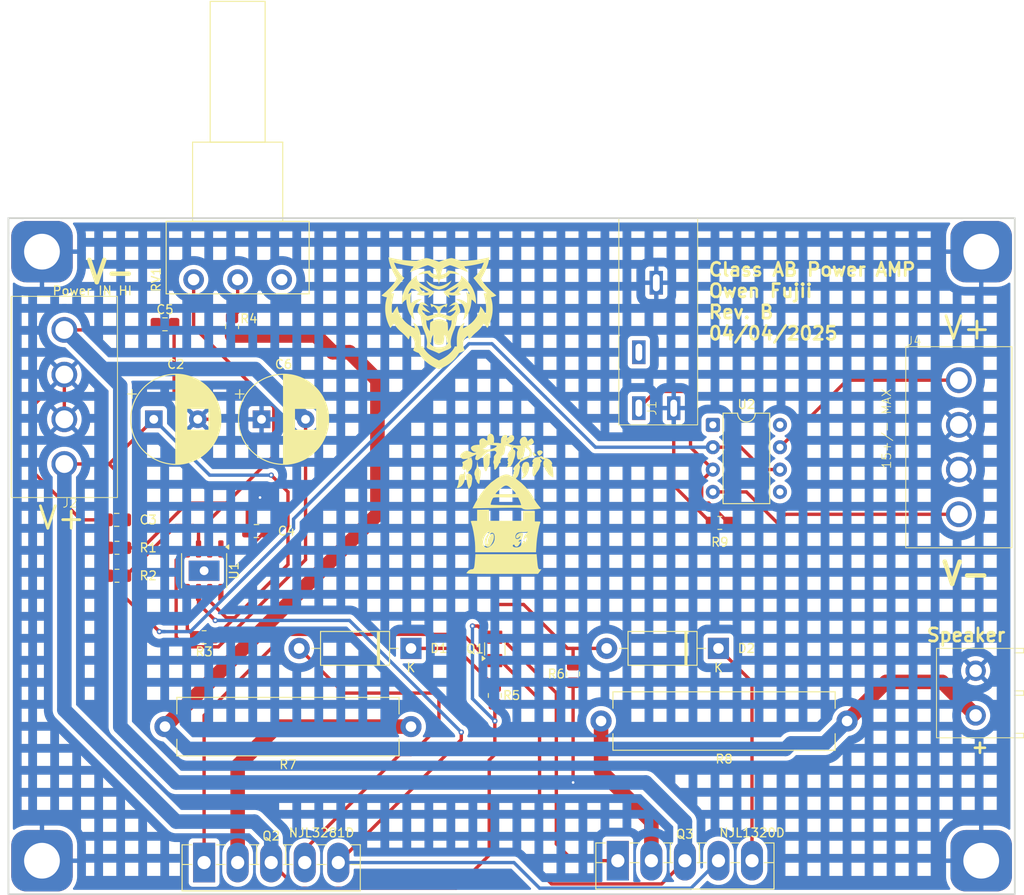
<source format=kicad_pcb>
(kicad_pcb (version 20241229) (generator "pcbnew") (generator_version "9.0")
  (layers (0 "F.Cu" signal) (2 "B.Cu" signal) (13 "F.Paste" user) (15 "B.Paste" user) (5 "F.SilkS" user "F.Silkscreen") (7 "B.SilkS" user "B.Silkscreen") (1 "F.Mask" user) (3 "B.Mask" user) (25 "Edge.Cuts" user))
  (net 0 "")
  (net 1 "Net-(U2-+)")
  (net 2 "Net-(U1-E{slash}D_Com)")
  (net 3 "Earth_GND")
  (net 4 "+40v")
  (net 5 "FB")
  (net 6 "Net-(Q2-Pad5)")
  (net 7 "Net-(D1-A)")
  (net 8 "Net-(D1-K)")
  (net 9 "Net-(D2-K)")
  (net 10 "+5v")
  (net 12 "Net-(U1-+)")
  (net 13 "-40v")
  (net 14 "Net-(D2-A)")
  (net 15 "Net-(Q1-Pad4)")
  (net 16 "Net-(Q1-Pad1)")
  (net 17 "Net-(Q2-Pad2)")
  (net 18 "Net-(Q3-Pad2)")
  (net 19 "Net-(U1-Status_Flag)")
  (net 20 "Net-(R4-Pad1)")
  (net 22 "Net-(U1--)")
  (net 26 "-5v")
  (footprint "Capacitor_THT:CP_Radial_D10.0mm_P5.00mm" (layer "F.Cu") (at 100.502323 86.36)
    (property "Reference" "C6" (at 2.5 -6.25 0) (layer "F.SilkS"))
    (property "Value" "100uF")
    (pad "1" thru_hole rect (at 0 0) (size 2 2) (drill 1) (layers "*.Cu" "*.Mask") (net 3 "Earth_GND"))
    (pad "2" thru_hole circle (at 5 0) (size 2 2) (drill 1) (layers "*.Cu" "*.Mask") (net 13 "-40v"))
  )
  (footprint "OF Footprints:4-Pin Screw Terminal" (layer "F.Cu") (at 179.705 89.535 -90)
    (property "Reference" "J4" (at -12.065 5.08 0) (layer "F.SilkS") (effects (font (thickness 0.1))))
    (property "Value" "Power IN Lo")
    (pad "1" thru_hole circle (at -7.62 0 270) (size 2.921 2.921) (drill 2.032) (layers "*.Cu" "*.Mask") (net 10 "+5v"))
    (pad "2" thru_hole circle (at -2.54 0 270) (size 2.921 2.921) (drill 2.032) (layers "*.Cu" "*.Mask") (net 3 "Earth_GND"))
    (pad "3" thru_hole circle (at 2.54 0 270) (size 2.921 2.921) (drill 2.032) (layers "*.Cu" "*.Mask") (net 3 "Earth_GND"))
    (pad "4" thru_hole circle (at 7.62 0 270) (size 2.921 2.921) (drill 2.032) (layers "*.Cu" "*.Mask") (net 26 "-5v"))
  )
  (footprint "OF Footprints:6-32 Mount" (layer "F.Cu") (at 182.245 136.525)
    (property "Reference" "REF**")
    (property "Value" "6-32 Mount")
    (pad "1" thru_hole roundrect (at 0 0) (size 6.985 6.985) (drill 4.064) (layers "*.Cu" "*.Mask") (net 3 "Earth_GND"))
  )
  (footprint "Resistor_SMD:R_0805_2012Metric_Pad1.20x1.40mm_HandSolder" (layer "F.Cu") (at 84.09 100.965)
    (property "Reference" "R1" (at 3.54 0 0) (layer "F.SilkS"))
    (property "Value" "1kΩ")
    (pad "1" smd roundrect (at -1 0) (size 1.2 1.4) (layers "F.Cu" "F.Mask" "F.Paste") (roundrect_rratio 0.208333) (net 3 "Earth_GND"))
    (pad "2" smd roundrect (at 1 0) (size 1.2 1.4) (layers "F.Cu" "F.Mask" "F.Paste") (roundrect_rratio 0.208333) (net 22 "Net-(U1--)"))
  )
  (footprint "OF footprints:4-Pin Screw Terminal" (layer "F.Cu") (at 78.105 83.82 90)
    (property "Reference" "J2" (at -12.065 0.635 0) (layer "F.SilkS") (effects (font (thickness 0.1))))
    (property "Value" "Power IN HI" (at 12.065 3.175 0) (layer "F.SilkS"))
    (pad "1" thru_hole circle (at -7.62 0 90) (size 2.921 2.921) (drill 2.032) (layers "*.Cu" "*.Mask") (net 4 "+40v"))
    (pad "2" thru_hole circle (at -2.54 0 90) (size 2.921 2.921) (drill 2.032) (layers "*.Cu" "*.Mask") (net 3 "Earth_GND"))
    (pad "3" thru_hole circle (at 2.54 0 90) (size 2.921 2.921) (drill 2.032) (layers "*.Cu" "*.Mask") (net 3 "Earth_GND"))
    (pad "4" thru_hole circle (at 7.62 0 90) (size 2.921 2.921) (drill 2.032) (layers "*.Cu" "*.Mask") (net 13 "-40v"))
  )
  (footprint "OF Footprints:1_4-input-TRS" (layer "F.Cu") (at 145.3388 85.09 90)
    (property "Reference" "J1" (at 0 -0.5 90) (layer "F.SilkS") (effects (font (thickness 0.1))))
    (property "Value" "AudioJack3")
    (pad "4" thru_hole rect (at 6.35 -1.9812 90) (size 2.6924 1.524) (drill oval 1.9304 0.762) (layers "*.Cu" "*.Mask"))
    (pad "S" thru_hole rect (at 0 1.9812 90) (size 2.6924 1.524) (drill oval 1.9304 0.762) (layers "*.Cu" "*.Mask") (net 3 "Earth_GND"))
    (pad "S" thru_hole rect (at 14.2494 0 90) (size 2.6924 1.524) (drill oval 1.9304 0.762) (layers "*.Cu" "*.Mask") (net 3 "Earth_GND"))
    (pad "T" thru_hole rect (at 0 -1.9812 90) (size 2.6924 1.524) (drill oval 1.9304 0.762) (layers "*.Cu" "*.Mask") (net 1 "Net-(U2-+)"))
  )
  (footprint "Diode_THT:D_DO-15_P12.70mm_Horizontal" (layer "F.Cu") (at 152.4 112.395 180)
    (property "Reference" "D2" (at -3.175 0 0) (layer "F.SilkS"))
    (property "Value" "Germanium")
    (fp_text user "K" (at 0 -2.2 0) (layer "F.SilkS"))
    (pad "1" thru_hole rect (at 0 0 180) (size 2.4 2.4) (drill 1.2) (layers "*.Cu" "*.Mask") (net 14 "Net-(D2-A)"))
    (pad "2" thru_hole oval (at 12.7 0 180) (size 2.4 2.4) (drill 1.2) (layers "*.Cu" "*.Mask") (net 9 "Net-(D2-K)"))
  )
  (footprint "Resistor_THT:R_Axial_Power_L25.0mm_W6.4mm_P27.94mm" (layer "F.Cu") (at 117.475 121.285 180)
    (property "Reference" "R7" (at 13.97 -4.32 0) (layer "F.SilkS"))
    (property "Value" "0.27")
    (pad "1" thru_hole circle (at 0 0 180) (size 2.4 2.4) (drill 1.2) (layers "*.Cu" "*.Mask") (net 17 "Net-(Q2-Pad2)"))
    (pad "2" thru_hole oval (at 27.94 0 180) (size 2.4 2.4) (drill 1.2) (layers "*.Cu" "*.Mask") (net 5 "FB"))
  )
  (footprint "OF footprints:Two_Pin_Screw_Terminal" (layer "F.Cu") (at 181.61 117.475 90)
    (property "Reference" "J3" (hide yes))
    (property "Value" "Speaker" (hide yes))
    (pad "1" thru_hole circle (at -2.54 0 90) (size 2.3114 2.3114) (drill 1.4224) (layers "*.Cu" "*.Mask") (net 5 "FB"))
    (pad "2" thru_hole circle (at 2.54 0 90) (size 2.3114 2.3114) (drill 1.4224) (layers "*.Cu" "*.Mask") (net 3 "Earth_GND"))
  )
  (footprint "Resistor_SMD:R_0805_2012Metric_Pad1.20x1.40mm_HandSolder" (layer "F.Cu") (at 135.89 115.3 90)
    (property "Reference" "R6" (at 0 -1.905 0) (layer "F.SilkS"))
    (property "Value" "22kΩ")
    (pad "1" smd roundrect (at -1 0 90) (size 1.2 1.4) (layers "F.Cu" "F.Mask" "F.Paste") (roundrect_rratio 0.208333) (net 13 "-40v"))
    (pad "2" smd roundrect (at 1 0 90) (size 1.2 1.4) (layers "F.Cu" "F.Mask" "F.Paste") (roundrect_rratio 0.208333) (net 9 "Net-(D2-K)"))
  )
  (footprint "Capacitor_SMD:C_0805_2012Metric_Pad1.18x1.45mm_HandSolder" (layer "F.Cu") (at 99.9275 99.06)
    (property "Reference" "C4" (at 3.4075 0 0) (layer "F.SilkS"))
    (property "Value" "30pF")
    (pad "1" smd roundrect (at -1.0375 0) (size 1.175 1.45) (layers "F.Cu" "F.Mask" "F.Paste") (roundrect_rratio 0.212766) (net 3 "Earth_GND"))
    (pad "2" smd roundrect (at 1.0375 0) (size 1.175 1.45) (layers "F.Cu" "F.Mask" "F.Paste") (roundrect_rratio 0.212766) (net 2 "Net-(U1-E{slash}D_Com)"))
  )
  (footprint "Package_TO_SOT_SMD:SOT-363_SC-70-6_Handsoldering" (layer "F.Cu") (at 127 112.455 90)
    (property "Reference" "Q1" (at 0 -2.25 180) (layer "F.SilkS"))
    (property "Value" "BC847PN")
    (pad "1" smd roundrect (at -1.33 -0.65 90) (size 1.5 0.4) (layers "F.Cu" "F.Mask" "F.Paste") (net 16 "Net-(Q1-Pad1)"))
    (pad "2" smd roundrect (at -1.33 0 90) (size 1.5 0.4) (layers "F.Cu" "F.Mask" "F.Paste") (net 7 "Net-(D1-A)"))
    (pad "3" smd roundrect (at -1.33 0.65 90) (size 1.5 0.4) (layers "F.Cu" "F.Mask" "F.Paste") (net 13 "-40v"))
    (pad "4" smd roundrect (at 1.33 0.65 90) (size 1.5 0.4) (layers "F.Cu" "F.Mask" "F.Paste") (net 15 "Net-(Q1-Pad4)"))
    (pad "5" smd roundrect (at 1.33 0 90) (size 1.5 0.4) (layers "F.Cu" "F.Mask" "F.Paste") (net 9 "Net-(D2-K)"))
    (pad "6" smd roundrect (at 1.33 -0.65 90) (size 1.5 0.4) (layers "F.Cu" "F.Mask" "F.Paste") (net 4 "+40v"))
  )
  (footprint "OF Footprints:SOIC-8-1EP_3.9x4.9mm_P1.27mm_EP2.29x3mm" (layer "F.Cu") (at 93.98 103.57 -90)
    (property "Reference" "U1" (at 0 -3.4 270) (layer "F.SilkS"))
    (property "Value" "OPA454")
    (pad "1" smd roundrect (at -2.475 -1.905 270) (size 1.95 0.6) (layers "F.Cu" "F.Mask" "F.Paste") (net 2 "Net-(U1-E{slash}D_Com)"))
    (pad "2" smd roundrect (at -2.475 -0.635 270) (size 1.95 0.6) (layers "F.Cu" "F.Mask" "F.Paste") (net 22 "Net-(U1--)"))
    (pad "3" smd roundrect (at -2.475 0.635 270) (size 1.95 0.6) (layers "F.Cu" "F.Mask" "F.Paste") (net 12 "Net-(U1-+)"))
    (pad "4" smd roundrect (at -2.475 1.905 270) (size 1.95 0.6) (layers "F.Cu" "F.Mask" "F.Paste") (net 13 "-40v"))
    (pad "4" thru_hole rect (at 0 0) (size 3.5 2.3) (drill 1) (layers "*.Cu" "*.Mask") (net 13 "-40v"))
    (pad "5" smd roundrect (at 2.475 1.905 270) (size 1.95 0.6) (layers "F.Cu" "F.Mask" "F.Paste") (net 19 "Net-(U1-Status_Flag)"))
    (pad "6" smd roundrect (at 2.475 0.635 270) (size 1.95 0.6) (layers "F.Cu" "F.Mask" "F.Paste") (net 6 "Net-(Q2-Pad5)"))
    (pad "7" smd roundrect (at 2.475 -0.635 270) (size 1.95 0.6) (layers "F.Cu" "F.Mask" "F.Paste") (net 4 "+40v"))
    (pad "8" smd roundrect (at 2.475 -1.905 270) (size 1.95 0.6) (layers "F.Cu" "F.Mask" "F.Paste"))
  )
  (footprint "Package_TO_SOT_THT:TO-264-5_Vertical" (layer "F.Cu") (at 140.97 136.525)
    (property "Reference" "Q3" (at 7.62 -3.02 0) (layer "F.SilkS"))
    (property "Value" "NJL1320D" (at 15.24 -3.175 0) (layer "F.SilkS"))
    (pad "1" thru_hole rect (at 0 0) (size 2.5 4.5) (drill 1.5) (layers "*.Cu" "*.Mask") (net 15 "Net-(Q1-Pad4)"))
    (pad "2" thru_hole oval (at 3.81 0) (size 2.5 4.5) (drill 1.5) (layers "*.Cu" "*.Mask") (net 18 "Net-(Q3-Pad2)"))
    (pad "3" thru_hole oval (at 7.62 0) (size 2.5 4.5) (drill 1.5) (layers "*.Cu" "*.Mask") (net 13 "-40v"))
    (pad "4" thru_hole oval (at 11.43 0) (size 2.5 4.5) (drill 1.5) (layers "*.Cu" "*.Mask") (net 6 "Net-(Q2-Pad5)"))
    (pad "5" thru_hole oval (at 15.24 0) (size 2.5 4.5) (drill 1.5) (layers "*.Cu" "*.Mask") (net 14 "Net-(D2-A)"))
  )
  (footprint "OF Footprints:6-32 Mount" (layer "F.Cu") (at 182.245 67.31)
    (property "Reference" "REF**")
    (property "Value" "6-32 Mount")
    (pad "1" thru_hole roundrect (at 0 0) (size 6.985 6.985) (drill 4.064) (layers "*.Cu" "*.Mask") (net 3 "Earth_GND"))
  )
  (footprint "Package_DIP:DIP-8_W7.62mm" (layer "F.Cu") (at 151.765 86.995)
    (property "Reference" "U2" (at 3.81 -2.33 0) (layer "F.SilkS"))
    (property "Value" "TL071")
    (pad "1" thru_hole roundrect (at 0 0) (size 1.6 1.6) (drill 0.8) (layers "*.Cu" "*.Mask") (roundrect_rratio 0.15625))
    (pad "2" thru_hole circle (at 0 2.54) (size 1.6 1.6) (drill 0.8) (layers "*.Cu" "*.Mask") (net 12 "Net-(U1-+)"))
    (pad "3" thru_hole circle (at 0 5.08) (size 1.6 1.6) (drill 0.8) (layers "*.Cu" "*.Mask") (net 1 "Net-(U2-+)"))
    (pad "4" thru_hole circle (at 0 7.62) (size 1.6 1.6) (drill 0.8) (layers "*.Cu" "*.Mask") (net 26 "-5v"))
    (pad "5" thru_hole circle (at 7.62 7.62) (size 1.6 1.6) (drill 0.8) (layers "*.Cu" "*.Mask"))
    (pad "6" thru_hole circle (at 7.62 5.08) (size 1.6 1.6) (drill 0.8) (layers "*.Cu" "*.Mask") (net 12 "Net-(U1-+)"))
    (pad "7" thru_hole circle (at 7.62 2.54) (size 1.6 1.6) (drill 0.8) (layers "*.Cu" "*.Mask") (net 10 "+5v"))
    (pad "8" thru_hole circle (at 7.62 0) (size 1.6 1.6) (drill 0.8) (layers "*.Cu" "*.Mask"))
  )
  (footprint "OF Footprints:6-32 Mount" (layer "F.Cu") (at 75.565 136.525)
    (property "Reference" "REF**")
    (property "Value" "6-32 Mount")
    (pad "1" thru_hole roundrect (at 0 0) (size 6.985 6.985) (drill 4.064) (layers "*.Cu" "*.Mask") (net 3 "Earth_GND"))
  )
  (footprint "Logos:Bengal Head .5x.5" (layer "F.Cu") (at 120.65 74.295)
    (property "Reference" "G***")
    (property "Value" "LOGO" (hide yes))
  )
  (footprint "Resistor_SMD:R_0805_2012Metric_Pad1.20x1.40mm_HandSolder" (layer "F.Cu") (at 84.09 104.14 180)
    (property "Reference" "R2" (at -3.54 0 180) (layer "F.SilkS"))
    (property "Value" "1kΩ")
    (pad "1" smd roundrect (at -1 0 180) (size 1.2 1.4) (layers "F.Cu" "F.Mask" "F.Paste") (roundrect_rratio 0.208333) (net 12 "Net-(U1-+)"))
    (pad "2" smd roundrect (at 1 0 180) (size 1.2 1.4) (layers "F.Cu" "F.Mask" "F.Paste") (roundrect_rratio 0.208333) (net 3 "Earth_GND"))
  )
  (footprint "Capacitor_SMD:C_0805_2012Metric_Pad1.18x1.45mm_HandSolder" (layer "F.Cu") (at 89.535 75.565)
    (property "Reference" "C5" (at 0 -1.68 0) (layer "F.SilkS"))
    (property "Value" "0.1uF")
    (pad "1" smd roundrect (at -1.0375 0) (size 1.175 1.45) (layers "F.Cu" "F.Mask" "F.Paste") (roundrect_rratio 0.212766) (net 13 "-40v"))
    (pad "2" smd roundrect (at 1.0375 0) (size 1.175 1.45) (layers "F.Cu" "F.Mask" "F.Paste") (roundrect_rratio 0.212766) (net 3 "Earth_GND"))
  )
  (footprint "Package_TO_SOT_THT:TO-264-5_Vertical" (layer "F.Cu") (at 93.98 136.735)
    (property "Reference" "Q2" (at 7.62 -3.02 0) (layer "F.SilkS"))
    (property "Value" "NJL3281D" (at 13.335 -3.385 0) (layer "F.SilkS"))
    (pad "1" thru_hole rect (at 0 0) (size 2.5 4.5) (drill 1.5) (layers "*.Cu" "*.Mask") (net 16 "Net-(Q1-Pad1)"))
    (pad "2" thru_hole oval (at 3.81 0) (size 2.5 4.5) (drill 1.5) (layers "*.Cu" "*.Mask") (net 17 "Net-(Q2-Pad2)"))
    (pad "3" thru_hole oval (at 7.62 0) (size 2.5 4.5) (drill 1.5) (layers "*.Cu" "*.Mask") (net 4 "+40v"))
    (pad "4" thru_hole oval (at 11.43 0) (size 2.5 4.5) (drill 1.5) (layers "*.Cu" "*.Mask") (net 8 "Net-(D1-K)"))
    (pad "5" thru_hole oval (at 15.24 0) (size 2.5 4.5) (drill 1.5) (layers "*.Cu" "*.Mask") (net 6 "Net-(Q2-Pad5)"))
  )
  (footprint "Capacitor_SMD:C_0805_2012Metric_Pad1.18x1.45mm_HandSolder" (layer "F.Cu") (at 84.0525 97.79 180)
    (property "Reference" "C3" (at -3.5775 0 0) (layer "F.SilkS"))
    (property "Value" "0.1uF")
    (pad "1" smd roundrect (at -1.0375 0 180) (size 1.175 1.45) (layers "F.Cu" "F.Mask" "F.Paste") (roundrect_rratio 0.212766) (net 4 "+40v"))
    (pad "2" smd roundrect (at 1.0375 0 180) (size 1.175 1.45) (layers "F.Cu" "F.Mask" "F.Paste") (roundrect_rratio 0.212766) (net 3 "Earth_GND"))
  )
  (footprint "Logos:Wisteria Logo .75x.75" (layer "F.Cu") (at 128.27 95.885)
    (property "Reference" "G***")
    (property "Value" "LOGO" (hide yes))
  )
  (footprint "Potentiometer_THT:Potentiometer_Piher_PC-16_Single_Horizontal" (layer "F.Cu") (at 102.79 70.485 90)
    (property "Reference" "RV1" (at 0 -14.25 90) (layer "F.SilkS"))
    (property "Value" "330kΩ")
    (pad "1" thru_hole circle (at 0 0 90) (size 2.34 2.34) (drill 1.3) (layers "*.Cu" "*.Mask"))
    (pad "2" thru_hole circle (at 0 -5 90) (size 2.34 2.34) (drill 1.3) (layers "*.Cu" "*.Mask") (net 20 "Net-(R4-Pad1)"))
    (pad "3" thru_hole circle (at 0 -10 90) (size 2.34 2.34) (drill 1.3) (layers "*.Cu" "*.Mask") (net 22 "Net-(U1--)"))
  )
  (footprint "Resistor_SMD:R_0805_2012Metric_Pad1.20x1.40mm_HandSolder" (layer "F.Cu") (at 97.155 75.835 -90)
    (property "Reference" "R4" (at -0.905 -1.905 180) (layer "F.SilkS"))
    (property "Value" "10kΩ")
    (pad "1" smd roundrect (at -1 0 270) (size 1.2 1.4) (layers "F.Cu" "F.Mask" "F.Paste") (roundrect_rratio 0.208333) (net 20 "Net-(R4-Pad1)"))
    (pad "2" smd roundrect (at 1 0 270) (size 1.2 1.4) (layers "F.Cu" "F.Mask" "F.Paste") (roundrect_rratio 0.208333) (net 5 "FB"))
  )
  (footprint "Capacitor_THT:CP_Radial_D10.0mm_P5.00mm" (layer "F.Cu") (at 88.265 86.36)
    (property "Reference" "C2" (at 2.5 -6.25 0) (layer "F.SilkS"))
    (property "Value" "100uF")
    (pad "1" thru_hole rect (at 0 0) (size 2 2) (drill 1) (layers "*.Cu" "*.Mask") (net 4 "+40v"))
    (pad "2" thru_hole circle (at 5 0) (size 2 2) (drill 1) (layers "*.Cu" "*.Mask") (net 3 "Earth_GND"))
  )
  (footprint "Resistor_SMD:R_0805_2012Metric_Pad1.20x1.40mm_HandSolder" (layer "F.Cu") (at 152.555 98.135)
    (property "Reference" "R9" (at 0 2.195 0) (layer "F.SilkS"))
    (property "Value" "2.2MΩ")
    (pad "1" smd roundrect (at -1 0) (size 1.2 1.4) (layers "F.Cu" "F.Mask" "F.Paste") (roundrect_rratio 0.208333) (net 3 "Earth_GND"))
    (pad "2" smd roundrect (at 1 0) (size 1.2 1.4) (layers "F.Cu" "F.Mask" "F.Paste") (roundrect_rratio 0.208333) (net 1 "Net-(U2-+)"))
  )
  (footprint "OF Footprints:6-32 Mount" (layer "F.Cu") (at 75.565 67.31)
    (property "Reference" "REF**")
    (property "Value" "6-32 Mount")
    (pad "1" thru_hole roundrect (at 0 0) (size 6.985 6.985) (drill 4.064) (layers "*.Cu" "*.Mask") (net 3 "Earth_GND"))
  )
  (footprint "Resistor_THT:R_Axial_Power_L25.0mm_W6.4mm_P27.94mm" (layer "F.Cu") (at 167.005 120.65 180)
    (property "Reference" "R8" (at 13.97 -4.32 0) (layer "F.SilkS"))
    (property "Value" "0.27")
    (pad "1" thru_hole circle (at 0 0 180) (size 2.4 2.4) (drill 1.2) (layers "*.Cu" "*.Mask") (net 5 "FB"))
    (pad "2" thru_hole oval (at 27.94 0 180) (size 2.4 2.4) (drill 1.2) (layers "*.Cu" "*.Mask") (net 18 "Net-(Q3-Pad2)"))
  )
  (footprint "Resistor_SMD:R_0805_2012Metric_Pad1.20x1.40mm_HandSolder" (layer "F.Cu") (at 93.98 111.125 180)
    (property "Reference" "R3" (at 0 -1.65 180) (layer "F.SilkS"))
    (property "Value" "1MΩ")
    (pad "1" smd roundrect (at -1 0 180) (size 1.2 1.4) (layers "F.Cu" "F.Mask" "F.Paste") (roundrect_rratio 0.208333) (net 4 "+40v"))
    (pad "2" smd roundrect (at 1 0 180) (size 1.2 1.4) (layers "F.Cu" "F.Mask" "F.Paste") (roundrect_rratio 0.208333) (net 19 "Net-(U1-Status_Flag)"))
  )
  (footprint "Diode_THT:D_DO-15_P12.70mm_Horizontal" (layer "F.Cu") (at 117.475 112.395 180)
    (property "Reference" "D1" (at -3.175 0 0) (layer "F.SilkS"))
    (property "Value" "Germanium")
    (fp_text user "K" (at 0 -2.2 0) (layer "F.SilkS"))
    (pad "1" thru_hole rect (at 0 0 180) (size 2.4 2.4) (drill 1.2) (layers "*.Cu" "*.Mask") (net 7 "Net-(D1-A)"))
    (pad "2" thru_hole oval (at 12.7 0 180) (size 2.4 2.4) (drill 1.2) (layers "*.Cu" "*.Mask") (net 8 "Net-(D1-K)"))
  )
  (footprint "Resistor_SMD:R_0805_2012Metric_Pad1.20x1.40mm_HandSolder" (layer "F.Cu") (at 127 117.745 -90)
    (property "Reference" "R5" (at 0 -1.905 180) (layer "F.SilkS"))
    (property "Value" "22kΩ")
    (pad "1" smd roundrect (at -1 0 270) (size 1.2 1.4) (layers "F.Cu" "F.Mask" "F.Paste") (roundrect_rratio 0.208333) (net 7 "Net-(D1-A)"))
    (pad "2" smd roundrect (at 1 0 270) (size 1.2 1.4) (layers "F.Cu" "F.Mask" "F.Paste") (roundrect_rratio 0.208333) (net 4 "+40v"))
  )
  (gr_rect (start 71.755 63.5) (end 186.055 140.335) (stroke (width 0.2)) (fill no) (layer "Edge.Cuts"))
  (gr_text "V+" (at 177.8 77.47 0) (layer "F.SilkS") (effects (font (size 2.54 2.54) (thickness 0.3175)) (justify left bottom)))
  (gr_text "Speaker" (at 175.895 111.76 0) (layer "F.SilkS") (effects (font (size 1.5 1.5) (thickness 0.3) (bold yes)) (justify left bottom)))
  (gr_text "15+/- MAX" (at 172.085 92.075 90) (layer "F.SilkS") (effects (font (size 1 1) (thickness 0.1)) (justify left bottom)))
  (gr_text "Class AB Power AMP\nOwen Fujii\nRev. B\n04/04/2025" (at 151.13 77.47 0) (layer "F.SilkS") (effects (font (size 1.5 1.5) (thickness 0.3) (bold yes)) (justify left bottom)))
  (gr_text "-V" (at 183.515 105.41 0) (layer "F.SilkS") (effects (font (size 2.54 2.54) (thickness 0.508) (bold yes)) (justify left bottom mirror)))
  (gr_text "V+" (at 74.93 99.06 0) (layer "F.SilkS") (effects (font (size 2.54 2.54) (thickness 0.3175)) (justify left bottom)))
  (gr_text "-V" (at 86.36 71.12 0) (layer "F.SilkS") (effects (font (size 2.54 2.54) (thickness 0.508) (bold yes)) (justify left bottom mirror)))
  (gr_text "+" (at 180.975 124.46 0) (layer "F.SilkS") (effects (font (size 1.5 1.5) (thickness 0.3) (bold yes)) (justify left bottom)))
  (segment (start 143.3576 85.09) (end 145.2626 83.185) (width 0.381) (layer "F.Cu") (net 1))
  (segment (start 149.225 83.185) (end 149.225 89.535) (width 0.381) (layer "F.Cu") (net 1))
  (segment (start 150.495 95.885) (end 151.305 95.885) (width 0.381) (layer "F.Cu") (net 1))
  (segment (start 145.2626 83.185) (end 149.225 83.185) (width 0.381) (layer "F.Cu") (net 1))
  (segment (start 149.225 89.535) (end 151.765 92.075) (width 0.381) (layer "F.Cu") (net 1))
  (segment (start 151.765 92.075) (end 150.495 93.345) (width 0.381) (layer "F.Cu") (net 1))
  (segment (start 151.305 95.885) (end 153.555 98.135) (width 0.381) (layer "F.Cu") (net 1))
  (segment (start 150.495 93.345) (end 150.495 95.885) (width 0.381) (layer "F.Cu") (net 1))
  (segment (start 98.93 101.095) (end 100.965 99.06) (width 0.381) (layer "F.Cu") (net 2))
  (segment (start 95.885 101.095) (end 98.93 101.095) (width 0.381) (layer "F.Cu") (net 2))
  (segment (start 93.265 86.36) (end 100.502323 86.36) (width 0.381) (layer "F.Cu") (net 3))
  (segment (start 80.01 97.79) (end 74.295 92.075) (width 0.381) (layer "F.Cu") (net 3))
  (segment (start 98.89 99.06) (end 98.89 96.69) (width 0.381) (layer "F.Cu") (net 3))
  (segment (start 151.555 98.135) (end 147.32 93.9) (width 0.381) (layer "F.Cu") (net 3))
  (segment (start 74.295 85.09) (end 78.105 81.28) (width 0.381) (layer "F.Cu") (net 3))
  (segment (start 74.295 92.075) (end 74.295 85.09) (width 0.381) (layer "F.Cu") (net 3))
  (segment (start 147.32 93.9) (end 147.32 85.09) (width 0.381) (layer "F.Cu") (net 3))
  (segment (start 90.5725 83.6675) (end 93.265 86.36) (width 0.381) (layer "F.Cu") (net 3))
  (segment (start 83.015 97.79) (end 83.015 104.065) (width 0.381) (layer "F.Cu") (net 3))
  (segment (start 90.5725 75.565) (end 90.5725 83.6675) (width 0.381) (layer "F.Cu") (net 3))
  (segment (start 83.015 97.79) (end 80.01 97.79) (width 0.381) (layer "F.Cu") (net 3))
  (segment (start 83.015 104.065) (end 83.09 104.14) (width 0.381) (layer "F.Cu") (net 3))
  (segment (start 78.105 81.28) (end 78.105 86.36) (width 0.381) (layer "F.Cu") (net 3))
  (segment (start 98.89 96.69) (end 100.33 95.25) (width 0.381) (layer "F.Cu") (net 3))
  (via (at 100.33 95.25) (size 0.6) (drill 0.3) (layers "F.Cu" "B.Cu") (net 3))
  (segment (start 126.365 135.89) (end 126.365 125.095) (width 0.381) (layer "F.Cu") (net 4))
  (segment (start 94.615 106.045) (end 94.615 107.019999) (width 0.381) (layer "F.Cu") (net 4))
  (segment (start 127 124.46) (end 127 120.65) (width 0.381) (layer "F.Cu") (net 4))
  (segment (start 97.4725 108.9025) (end 103.505 102.87) (width 0.381) (layer "F.Cu") (net 4))
  (segment (start 85.09 93.345) (end 83.185 91.44) (width 0.381) (layer "F.Cu") (net 4))
  (segment (start 125.08 109.855) (end 126.35 111.125) (width 0.381) (layer "F.Cu") (net 4))
  (segment (start 94.615 110.76) (end 94.98 111.125) (width 0.381) (layer "F.Cu") (net 4))
  (segment (start 101.6 136.735) (end 104.5085 139.6435) (width 0.381) (layer "F.Cu") (net 4))
  (segment (start 94.98 111.125) (end 95.25 111.125) (width 0.381) (layer "F.Cu") (net 4))
  (segment (start 104.5085 139.6435) (end 122.6115 139.6435) (width 0.381) (layer "F.Cu") (net 4))
  (segment (start 126.365 125.095) (end 127 124.46) (width 0.381) (layer "F.Cu") (net 4))
  (segment (start 83.185 91.44) (end 88.265 86.36) (width 0.381) (layer "F.Cu") (net 4))
  (segment (start 103.505 94.615) (end 101.6 92.71) (width 0.381) (layer "F.Cu") (net 4))
  (segment (start 101.6 136.735) (end 101.6 138.43) (width 0.381) (layer "F.Cu") (net 4))
  (segment (start 94.615 107.019999) (end 96.497501 108.9025) (width 0.381) (layer "F.Cu") (net 4))
  (segment (start 85.09 97.79) (end 85.09 93.345) (width 0.381) (layer "F.Cu") (net 4))
  (segment (start 103.505 102.87) (end 103.505 94.615) (width 0.381) (layer "F.Cu") (net 4))
  (segment (start 78.105 91.44) (end 83.185 91.44) (width 0.381) (layer "F.Cu") (net 4))
  (segment (start 127 120.65) (end 127 118.745) (width 0.381) (layer "F.Cu") (net 4))
  (segment (start 96.497501 108.9025) (end 97.4725 108.9025) (width 0.381) (layer "F.Cu") (net 4))
  (segment (start 122.6115 139.6435) (end 126.365 135.89) (width 0.381) (layer "F.Cu") (net 4))
  (segment (start 124.46 109.855) (end 125.08 109.855) (width 0.381) (layer "F.Cu") (net 4))
  (segment (start 95.25 111.125) (end 97.4725 108.9025) (width 0.381) (layer "F.Cu") (net 4))
  (via (at 101.6 92.71) (size 0.6) (drill 0.3) (layers "F.Cu" "B.Cu") (net 4))
  (via (at 127 120.65) (size 0.6) (drill 0.3) (layers "F.Cu" "B.Cu") (net 4))
  (via (at 124.46 109.855) (size 0.6) (drill 0.3) (layers "F.Cu" "B.Cu") (net 4))
  (segment (start 99.695 132.08) (end 101.6 133.985) (width 1.651) (layer "B.Cu") (net 4))
  (segment (start 78.105 119.38) (end 90.805 132.08) (width 1.651) (layer "B.Cu") (net 4))
  (segment (start 101.6 133.985) (end 101.6 136.735) (width 1.651) (layer "B.Cu") (net 4))
  (segment (start 90.805 132.08) (end 99.695 132.08) (width 1.651) (layer "B.Cu") (net 4))
  (segment (start 78.105 91.44) (end 78.105 119.38) (width 1.651) (layer "B.Cu") (net 4))
  (segment (start 127 120.65) (end 124.46 118.11) (width 0.381) (layer "B.Cu") (net 4))
  (segment (start 94.615 92.71) (end 88.265 86.36) (width 0.381) (layer "B.Cu") (net 4))
  (segment (start 124.46 118.11) (end 124.46 109.855) (width 0.381) (layer "B.Cu") (net 4))
  (segment (start 101.6 92.71) (end 94.615 92.71) (width 0.381) (layer "B.Cu") (net 4))
  (segment (start 171.45 116.205) (end 175.26 116.205) (width 1.651) (layer "F.Cu") (net 5))
  (segment (start 113.665 97.155) (end 113.665 81.915) (width 1.651) (layer "F.Cu") (net 5))
  (segment (start 110.49 78.74) (end 108.585 78.74) (width 1.651) (layer "F.Cu") (net 5))
  (segment (start 177.8 116.205) (end 181.61 120.015) (width 1.651) (layer "F.Cu") (net 5))
  (segment (start 106.68 76.835) (end 97.155 76.835) (width 1.651) (layer "F.Cu") (net 5))
  (segment (start 89.535 121.285) (end 113.665 97.155) (width 1.651) (layer "F.Cu") (net 5))
  (segment (start 108.585 78.74) (end 106.68 76.835) (width 1.651) (layer "F.Cu") (net 5))
  (segment (start 167.005 120.65) (end 171.45 116.205) (width 1.651) (layer "F.Cu") (net 5))
  (segment (start 113.665 81.915) (end 110.49 78.74) (width 1.651) (layer "F.Cu") (net 5))
  (segment (start 175.26 116.205) (end 177.8 116.205) (width 1.651) (layer "F.Cu") (net 5))
  (segment (start 160.02 123.825) (end 160.655 123.19) (width 1.651) (layer "B.Cu") (net 5))
  (segment (start 89.535 121.285) (end 92.075 123.825) (width 1.651) (layer "B.Cu") (net 5))
  (segment (start 164.465 123.19) (end 167.005 120.65) (width 1.651) (layer "B.Cu") (net 5))
  (segment (start 160.655 123.19) (end 164.465 123.19) (width 1.651) (layer "B.Cu") (net 5))
  (segment (start 92.075 123.825) (end 160.02 123.825) (width 1.651) (layer "B.Cu") (net 5))
  (segment (start 123.19 121.92) (end 123.19 122.765) (width 0.381) (layer "F.Cu") (net 6))
  (segment (start 93.345 107.315) (end 93.345 106.045) (width 0.381) (layer "F.Cu") (net 6))
  (segment (start 95.25 109.22) (end 93.345 107.315) (width 0.381) (layer "F.Cu") (net 6))
  (segment (start 123.19 122.765) (end 109.22 136.735) (width 0.381) (layer "F.Cu") (net 6))
  (via (at 123.19 121.92) (size 0.6) (drill 0.3) (layers "F.Cu" "B.Cu") (net 6))
  (via (at 95.25 109.22) (size 0.6) (drill 0.3) (layers "F.Cu" "B.Cu") (net 6))
  (segment (start 132.08 139.6435) (end 149.2815 139.6435) (width 0.381) (layer "B.Cu") (net 6))
  (segment (start 109.22 136.735) (end 129.1715 136.735) (width 0.381) (layer "B.Cu") (net 6))
  (segment (start 149.2815 139.6435) (end 152.4 136.525) (width 0.381) (layer "B.Cu") (net 6))
  (segment (start 110.49 109.22) (end 123.19 121.92) (width 0.381) (layer "B.Cu") (net 6))
  (segment (start 95.25 109.22) (end 110.49 109.22) (width 0.381) (layer "B.Cu") (net 6))
  (segment (start 129.1715 136.735) (end 132.08 139.6435) (width 0.381) (layer "B.Cu") (net 6))
  (segment (start 122.65 112.395) (end 127 116.745) (width 0.381) (layer "F.Cu") (net 7))
  (segment (start 127 116.745) (end 127 113.785) (width 0.381) (layer "F.Cu") (net 7))
  (segment (start 117.475 112.395) (end 122.65 112.395) (width 0.381) (layer "F.Cu") (net 7))
  (segment (start 109.855 117.475) (end 104.775 112.395) (width 0.381) (layer "F.Cu") (net 8))
  (segment (start 117.475 124.46) (end 120.65 121.285) (width 0.381) (layer "F.Cu") (net 8))
  (segment (start 120.015 117.475) (end 109.855 117.475) (width 0.381) (layer "F.Cu") (net 8))
  (segment (start 120.65 118.11) (end 120.015 117.475) (width 0.381) (layer "F.Cu") (net 8))
  (segment (start 105.41 136.735) (end 105.41 135.255) (width 0.381) (layer "F.Cu") (net 8))
  (segment (start 116.205 124.46) (end 117.475 124.46) (width 0.381) (layer "F.Cu") (net 8))
  (segment (start 120.65 121.285) (end 120.65 118.11) (width 0.381) (layer "F.Cu") (net 8))
  (segment (start 105.41 135.255) (end 116.205 124.46) (width 0.381) (layer "F.Cu") (net 8))
  (segment (start 139.7 112.395) (end 135.89 112.395) (width 0.381) (layer "F.Cu") (net 9))
  (segment (start 130.27 107.41) (end 127 107.41) (width 0.381) (layer "F.Cu") (net 9))
  (segment (start 135.89 112.395) (end 135.89 114.3) (width 0.381) (layer "F.Cu") (net 9))
  (segment (start 135.255 112.395) (end 130.27 107.41) (width 0.381) (layer "F.Cu") (net 9))
  (segment (start 127 107.41) (end 127 111.125) (width 0.381) (layer "F.Cu") (net 9))
  (segment (start 135.89 112.395) (end 135.255 112.395) (width 0.381) (layer "F.Cu") (net 9))
  (segment (start 159.385 89.535) (end 167.005 81.915) (width 0.381) (layer "F.Cu") (net 10))
  (segment (start 179.705 81.915) (end 167.005 81.915) (width 0.381) (layer "F.Cu") (net 10))
  (segment (start 85.09 106.68) (end 85.09 104.14) (width 0.381) (layer "F.Cu") (net 12))
  (segment (start 85.09 104.14) (end 90.805 98.425) (width 0.381) (layer "F.Cu") (net 12))
  (segment (start 154.94 89.535) (end 151.765 89.535) (width 0.381) (layer "F.Cu") (net 12))
  (segment (start 157.48 92.075) (end 154.94 89.535) (width 0.381) (layer "F.Cu") (net 12))
  (segment (start 88.9 110.49) (end 85.09 106.68) (width 0.381) (layer "F.Cu") (net 12))
  (segment (start 93.345 99.06) (end 93.345 101.095) (width 0.381) (layer "F.Cu") (net 12))
  (segment (start 92.71 98.425) (end 93.345 99.06) (width 0.381) (layer "F.Cu") (net 12))
  (segment (start 159.385 92.075) (end 157.48 92.075) (width 0.381) (layer "F.Cu") (net 12))
  (segment (start 90.805 98.425) (end 92.71 98.425) (width 0.381) (layer "F.Cu") (net 12))
  (via (at 88.9 110.49) (size 0.6) (drill 0.3) (layers "F.Cu" "B.Cu") (net 12))
  (segment (start 126.672 77.777) (end 124.061112 77.777) (width 0.381) (layer "B.Cu") (net 12))
  (segment (start 138.43 89.535) (end 132.715 83.82) (width 0.381) (layer "B.Cu") (net 12))
  (segment (start 104.14 97.698112) (end 104.14 98.767929) (width 0.381) (layer "B.Cu") (net 12))
  (segment (start 151.765 89.535) (end 138.43 89.535) (width 0.381) (layer "B.Cu") (net 12))
  (segment (start 88.9 110.49) (end 89.535 110.49) (width 0.381) (layer "B.Cu") (net 12))
  (segment (start 104.14 98.767929) (end 92.417929 110.49) (width 0.381) (layer "B.Cu") (net 12))
  (segment (start 132.715 83.82) (end 126.672 77.777) (width 0.381) (layer "B.Cu") (net 12))
  (segment (start 92.417929 110.49) (end 88.9 110.49) (width 0.381) (layer "B.Cu") (net 12))
  (segment (start 124.061112 77.777) (end 104.14 97.698112) (width 0.381) (layer "B.Cu") (net 12))
  (segment (start 90.805 102.365) (end 90.805 111.125) (width 0.381) (layer "F.Cu") (net 13))
  (segment (start 92.075 101.095) (end 90.805 102.365) (width 0.381) (layer "F.Cu") (net 13))
  (segment (start 78.105 76.2) (end 87.8625 76.2) (width 0.381) (layer "F.Cu") (net 13))
  (segment (start 133.4515 139.1665) (end 132.08 137.795) (width 0.381) (layer "F.Cu") (net 13))
  (segment (start 105.502323 102.316821) (end 105.502323 86.36) (width 0.381) (layer "F.Cu") (net 13))
  (segment (start 91.8965 112.2165) (end 95.602644 112.2165) (width 0.381) (layer "F.Cu") (net 13))
  (segment (start 87.8625 76.2) (end 88.4975 75.565) (width 0.381) (layer "F.Cu") (net 13))
  (segment (start 127.65 113.785) (end 132.0275 118.1625) (width 0.381) (layer "F.Cu") (net 13))
  (segment (start 90.805 111.125) (end 91.8965 112.2165) (width 0.381) (layer "F.Cu") (net 13))
  (segment (start 135.89 116.3) (end 135.89 127.635) (width 0.381) (layer "F.Cu") (net 13))
  (segment (start 132.08 118.215) (end 132.0275 118.1625) (width 0.381) (layer "F.Cu") (net 13))
  (segment (start 145.9485 139.1665) (end 133.4515 139.1665) (width 0.381) (layer "F.Cu") (net 13))
  (segment (start 132.08 137.795) (end 132.08 118.215) (width 0.381) (layer "F.Cu") (net 13))
  (segment (start 148.59 136.525) (end 145.9485 139.1665) (width 0.381) (layer "F.Cu") (net 13))
  (segment (start 95.602644 112.2165) (end 105.502323 102.316821) (width 0.381) (layer "F.Cu") (net 13))
  (via (at 135.89 127.635) (size 0.6) (drill 0.3) (layers "F.Cu" "B.Cu") (net 13))
  (segment (start 82.55 80.645) (end 84.455 82.55) (width 1.651) (layer "B.Cu") (net 13))
  (segment (start 90.805 127.635) (end 144.145 127.635) (width 1.651) (layer "B.Cu") (net 13))
  (segment (start 144.145 127.635) (end 148.59 132.08) (width 1.651) (layer "B.Cu") (net 13))
  (segment (start 148.59 132.08) (end 148.59 136.525) (width 1.651) (layer "B.Cu") (net 13))
  (segment (start 78.105 76.2) (end 82.55 80.645) (width 1.651) (layer "B.Cu") (net 13))
  (segment (start 99.787323 80.645) (end 105.502323 86.36) (width 1.651) (layer "B.Cu") (net 13))
  (segment (start 82.55 80.645) (end 99.787323 80.645) (width 1.651) (layer "B.Cu") (net 13))
  (segment (start 84.455 82.55) (end 84.455 121.285) (width 1.651) (layer "B.Cu") (net 13))
  (segment (start 84.455 121.285) (end 90.805 127.635) (width 1.651) (layer "B.Cu") (net 13))
  (segment (start 156.21 116.205) (end 152.4 112.395) (width 0.381) (layer "F.Cu") (net 14))
  (segment (start 156.21 136.525) (end 156.21 116.205) (width 0.381) (layer "F.Cu") (net 14))
  (segment (start 127.65 111.125) (end 133.985 117.46) (width 0.381) (layer "F.Cu") (net 15))
  (segment (start 133.985 134.62) (end 135.89 136.525) (width 0.381) (layer "F.Cu") (net 15))
  (segment (start 133.985 117.46) (end 133.985 134.62) (width 0.381) (layer "F.Cu") (net 15))
  (segment (start 135.89 136.525) (end 140.97 136.525) (width 0.381) (layer "F.Cu") (net 15))
  (segment (start 123.3685 110.8035) (end 126.35 113.785) (width 0.381) (layer "F.Cu") (net 16))
  (segment (start 103.1915 110.8035) (end 123.3685 110.8035) (width 0.381) (layer "F.Cu") (net 16))
  (segment (start 93.98 120.015) (end 93.98 136.735) (width 0.381) (layer "F.Cu") (net 16))
  (segment (start 93.98 120.015) (end 103.1915 110.8035) (width 0.381) (layer "F.Cu") (net 16))
  (segment (start 97.79 125.73) (end 102.235 121.285) (width 1.651) (layer "F.Cu") (net 17))
  (segment (start 97.79 125.73) (end 97.79 136.735) (width 1.651) (layer "F.Cu") (net 17))
  (segment (start 102.235 121.285) (end 117.475 121.285) (width 1.651) (layer "F.Cu") (net 17))
  (segment (start 139.7 127) (end 144.78 132.08) (width 1.651) (layer "F.Cu") (net 18))
  (segment (start 139.065 126.365) (end 139.065 120.65) (width 1.651) (layer "F.Cu") (net 18))
  (segment (start 144.78 132.08) (end 144.78 136.525) (width 1.651) (layer "F.Cu") (net 18))
  (segment (start 140.335 127.635) (end 139.065 126.365) (width 1.651) (layer "F.Cu") (net 18))
  (segment (start 92.075 110.22) (end 92.075 106.045) (width 0.381) (layer "F.Cu") (net 19))
  (segment (start 92.98 111.125) (end 92.075 110.22) (width 0.381) (layer "F.Cu") (net 19))
  (segment (start 97.79 70.485) (end 97.79 74.2) (width 0.381) (layer "F.Cu") (net 20))
  (segment (start 97.79 74.2) (end 97.155 74.835) (width 0.381) (layer "F.Cu") (net 20))
  (segment (start 101.892823 90.512177) (end 96.52 95.885) (width 0.381) (layer "F.Cu") (net 22))
  (segment (start 101.892823 84.9695) (end 101.892823 90.512177) (width 0.381) (layer "F.Cu") (net 22))
  (segment (start 85.09 100.965) (end 86.995 100.965) (width 0.381) (layer "F.Cu") (net 22))
  (segment (start 92.79 70.485) (end 92.79 75.866677) (width 0.381) (layer "F.Cu") (net 22))
  (segment (start 92.075 95.885) (end 96.52 95.885) (width 0.381) (layer "F.Cu") (net 22))
  (segment (start 96.52 95.885) (end 94.615 97.79) (width 0.381) (layer "F.Cu") (net 22))
  (segment (start 86.995 100.965) (end 92.075 95.885) (width 0.381) (layer "F.Cu") (net 22))
  (segment (start 92.79 75.866677) (end 101.892823 84.9695) (width 0.381) (layer "F.Cu") (net 22))
  (segment (start 94.615 97.79) (end 94.615 101.095) (width 0.381) (layer "F.Cu") (net 22))
  (segment (start 159.0675 98.1075) (end 160.02 97.155) (width 0.381) (layer "F.Cu") (net 26))
  (segment (start 151.765 94.615) (end 155.575 94.615) (width 0.381) (layer "F.Cu") (net 26))
  (segment (start 155.575 94.615) (end 159.0675 98.1075) (width 0.381) (layer "F.Cu") (net 26))
  (segment (start 160.02 97.155) (end 179.705 97.155) (width 0.381) (layer "F.Cu") (net 26))
  (zone (net 3) (net_name "Earth_GND") (layer "B.Cu") (connect_pads (clearance 0.5)) (min_thickness 0.25) (fill yes (mode hatch) (thermal_gap 0.5) (thermal_bridge_width 0.5) (hatch_thickness 1) (hatch_gap 1.5) (hatch_orientation 0) (hatch_border_algorithm hatch_thickness) (hatch_min_hole_area 0.3))
    (polygon (pts (xy 71.755 63.5) (xy 186.055 63.5) (xy 186.055 140.335) (xy 71.755 140.335)))
  )
)
</source>
